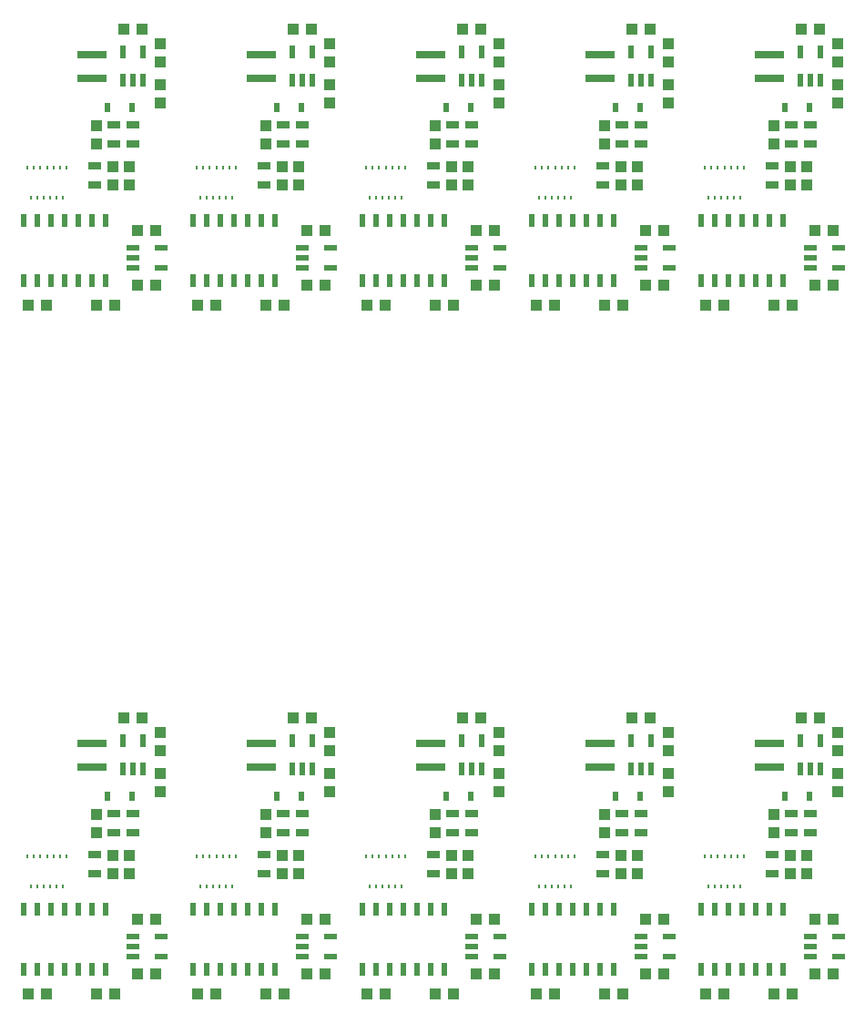
<source format=gtp>
G75*
%MOIN*%
%OFA0B0*%
%FSLAX25Y25*%
%IPPOS*%
%LPD*%
%AMOC8*
5,1,8,0,0,1.08239X$1,22.5*
%
%ADD10R,0.02165X0.04724*%
%ADD11R,0.04331X0.03937*%
%ADD12R,0.04724X0.03150*%
%ADD13R,0.03937X0.04331*%
%ADD14R,0.02480X0.03268*%
%ADD15R,0.10630X0.03150*%
%ADD16R,0.04724X0.02165*%
%ADD17R,0.02362X0.04724*%
%ADD18R,0.00906X0.01732*%
%ADD19R,0.00906X0.01339*%
D10*
X0069760Y0149881D03*
X0073500Y0149881D03*
X0077240Y0149881D03*
X0077240Y0160119D03*
X0069760Y0160119D03*
X0131760Y0160119D03*
X0131760Y0149881D03*
X0135500Y0149881D03*
X0139240Y0149881D03*
X0139240Y0160119D03*
X0193760Y0160119D03*
X0193760Y0149881D03*
X0197500Y0149881D03*
X0201240Y0149881D03*
X0201240Y0160119D03*
X0255760Y0160119D03*
X0263240Y0160119D03*
X0263240Y0149881D03*
X0259500Y0149881D03*
X0255760Y0149881D03*
X0317760Y0149881D03*
X0321500Y0149881D03*
X0325240Y0149881D03*
X0325240Y0160119D03*
X0317760Y0160119D03*
X0317760Y0401881D03*
X0321500Y0401881D03*
X0325240Y0401881D03*
X0325240Y0412119D03*
X0317760Y0412119D03*
X0263240Y0412119D03*
X0255760Y0412119D03*
X0255760Y0401881D03*
X0259500Y0401881D03*
X0263240Y0401881D03*
X0201240Y0401881D03*
X0197500Y0401881D03*
X0193760Y0401881D03*
X0193760Y0412119D03*
X0201240Y0412119D03*
X0139240Y0412119D03*
X0139240Y0401881D03*
X0135500Y0401881D03*
X0131760Y0401881D03*
X0131760Y0412119D03*
X0077240Y0412119D03*
X0077240Y0401881D03*
X0073500Y0401881D03*
X0069760Y0401881D03*
X0069760Y0412119D03*
D11*
X0035154Y0067500D03*
X0041846Y0067500D03*
X0060154Y0067500D03*
X0066846Y0067500D03*
X0075154Y0075000D03*
X0081846Y0075000D03*
X0097154Y0067500D03*
X0103846Y0067500D03*
X0122154Y0067500D03*
X0128846Y0067500D03*
X0137154Y0075000D03*
X0143846Y0075000D03*
X0143846Y0095000D03*
X0137154Y0095000D03*
X0159154Y0067500D03*
X0165846Y0067500D03*
X0184154Y0067500D03*
X0190846Y0067500D03*
X0199154Y0075000D03*
X0205846Y0075000D03*
X0205846Y0095000D03*
X0199154Y0095000D03*
X0221154Y0067500D03*
X0227846Y0067500D03*
X0246154Y0067500D03*
X0252846Y0067500D03*
X0261154Y0075000D03*
X0267846Y0075000D03*
X0283154Y0067500D03*
X0289846Y0067500D03*
X0308154Y0067500D03*
X0314846Y0067500D03*
X0323154Y0075000D03*
X0329846Y0075000D03*
X0329846Y0095000D03*
X0323154Y0095000D03*
X0324846Y0168500D03*
X0318154Y0168500D03*
X0267846Y0095000D03*
X0261154Y0095000D03*
X0262846Y0168500D03*
X0256154Y0168500D03*
X0200846Y0168500D03*
X0194154Y0168500D03*
X0138846Y0168500D03*
X0132154Y0168500D03*
X0081846Y0095000D03*
X0075154Y0095000D03*
X0076846Y0168500D03*
X0070154Y0168500D03*
X0066846Y0319500D03*
X0060154Y0319500D03*
X0075154Y0327000D03*
X0081846Y0327000D03*
X0097154Y0319500D03*
X0103846Y0319500D03*
X0122154Y0319500D03*
X0128846Y0319500D03*
X0137154Y0327000D03*
X0143846Y0327000D03*
X0143846Y0347000D03*
X0137154Y0347000D03*
X0159154Y0319500D03*
X0165846Y0319500D03*
X0184154Y0319500D03*
X0190846Y0319500D03*
X0199154Y0327000D03*
X0205846Y0327000D03*
X0205846Y0347000D03*
X0199154Y0347000D03*
X0221154Y0319500D03*
X0227846Y0319500D03*
X0246154Y0319500D03*
X0252846Y0319500D03*
X0261154Y0327000D03*
X0267846Y0327000D03*
X0283154Y0319500D03*
X0289846Y0319500D03*
X0308154Y0319500D03*
X0314846Y0319500D03*
X0323154Y0327000D03*
X0329846Y0327000D03*
X0329846Y0347000D03*
X0323154Y0347000D03*
X0324846Y0420500D03*
X0318154Y0420500D03*
X0267846Y0347000D03*
X0261154Y0347000D03*
X0262846Y0420500D03*
X0256154Y0420500D03*
X0200846Y0420500D03*
X0194154Y0420500D03*
X0138846Y0420500D03*
X0132154Y0420500D03*
X0081846Y0347000D03*
X0075154Y0347000D03*
X0041846Y0319500D03*
X0035154Y0319500D03*
X0070154Y0420500D03*
X0076846Y0420500D03*
D12*
X0073500Y0385543D03*
X0073500Y0378457D03*
X0066500Y0378457D03*
X0066500Y0385543D03*
X0059500Y0370543D03*
X0059500Y0363457D03*
X0121500Y0363457D03*
X0121500Y0370543D03*
X0128500Y0378457D03*
X0128500Y0385543D03*
X0135500Y0385543D03*
X0135500Y0378457D03*
X0183500Y0370543D03*
X0183500Y0363457D03*
X0190500Y0378457D03*
X0197500Y0378457D03*
X0197500Y0385543D03*
X0190500Y0385543D03*
X0245500Y0370543D03*
X0245500Y0363457D03*
X0252500Y0378457D03*
X0252500Y0385543D03*
X0259500Y0385543D03*
X0259500Y0378457D03*
X0307500Y0370543D03*
X0307500Y0363457D03*
X0314500Y0378457D03*
X0314500Y0385543D03*
X0321500Y0385543D03*
X0321500Y0378457D03*
X0321500Y0133543D03*
X0321500Y0126457D03*
X0314500Y0126457D03*
X0314500Y0133543D03*
X0307500Y0118543D03*
X0307500Y0111457D03*
X0259500Y0126457D03*
X0259500Y0133543D03*
X0252500Y0133543D03*
X0252500Y0126457D03*
X0245500Y0118543D03*
X0245500Y0111457D03*
X0197500Y0126457D03*
X0190500Y0126457D03*
X0190500Y0133543D03*
X0197500Y0133543D03*
X0183500Y0118543D03*
X0183500Y0111457D03*
X0135500Y0126457D03*
X0135500Y0133543D03*
X0128500Y0133543D03*
X0128500Y0126457D03*
X0121500Y0118543D03*
X0121500Y0111457D03*
X0073500Y0126457D03*
X0073500Y0133543D03*
X0066500Y0133543D03*
X0066500Y0126457D03*
X0059500Y0118543D03*
X0059500Y0111457D03*
D13*
X0066000Y0111654D03*
X0072000Y0111654D03*
X0072000Y0118346D03*
X0066000Y0118346D03*
X0060000Y0126654D03*
X0060000Y0133346D03*
X0083500Y0141654D03*
X0083500Y0148346D03*
X0083500Y0156654D03*
X0083500Y0163346D03*
X0122000Y0133346D03*
X0122000Y0126654D03*
X0128000Y0118346D03*
X0128000Y0111654D03*
X0134000Y0111654D03*
X0134000Y0118346D03*
X0145500Y0141654D03*
X0145500Y0148346D03*
X0145500Y0156654D03*
X0145500Y0163346D03*
X0184000Y0133346D03*
X0184000Y0126654D03*
X0190000Y0118346D03*
X0190000Y0111654D03*
X0196000Y0111654D03*
X0196000Y0118346D03*
X0207500Y0141654D03*
X0207500Y0148346D03*
X0207500Y0156654D03*
X0207500Y0163346D03*
X0246000Y0133346D03*
X0246000Y0126654D03*
X0252000Y0118346D03*
X0258000Y0118346D03*
X0258000Y0111654D03*
X0252000Y0111654D03*
X0269500Y0141654D03*
X0269500Y0148346D03*
X0269500Y0156654D03*
X0269500Y0163346D03*
X0308000Y0133346D03*
X0308000Y0126654D03*
X0314000Y0118346D03*
X0314000Y0111654D03*
X0320000Y0111654D03*
X0320000Y0118346D03*
X0331500Y0141654D03*
X0331500Y0148346D03*
X0331500Y0156654D03*
X0331500Y0163346D03*
X0320000Y0363654D03*
X0320000Y0370346D03*
X0314000Y0370346D03*
X0314000Y0363654D03*
X0308000Y0378654D03*
X0308000Y0385346D03*
X0331500Y0393654D03*
X0331500Y0400346D03*
X0331500Y0408654D03*
X0331500Y0415346D03*
X0269500Y0415346D03*
X0269500Y0408654D03*
X0269500Y0400346D03*
X0269500Y0393654D03*
X0258000Y0370346D03*
X0252000Y0370346D03*
X0252000Y0363654D03*
X0258000Y0363654D03*
X0246000Y0378654D03*
X0246000Y0385346D03*
X0207500Y0393654D03*
X0207500Y0400346D03*
X0207500Y0408654D03*
X0207500Y0415346D03*
X0196000Y0370346D03*
X0196000Y0363654D03*
X0190000Y0363654D03*
X0190000Y0370346D03*
X0184000Y0378654D03*
X0184000Y0385346D03*
X0145500Y0393654D03*
X0145500Y0400346D03*
X0145500Y0408654D03*
X0145500Y0415346D03*
X0122000Y0385346D03*
X0122000Y0378654D03*
X0128000Y0370346D03*
X0128000Y0363654D03*
X0134000Y0363654D03*
X0134000Y0370346D03*
X0083500Y0393654D03*
X0083500Y0400346D03*
X0083500Y0408654D03*
X0083500Y0415346D03*
X0072000Y0370346D03*
X0066000Y0370346D03*
X0066000Y0363654D03*
X0072000Y0363654D03*
X0060000Y0378654D03*
X0060000Y0385346D03*
D14*
X0063972Y0392000D03*
X0073028Y0392000D03*
X0125972Y0392000D03*
X0135028Y0392000D03*
X0187972Y0392000D03*
X0197028Y0392000D03*
X0249972Y0392000D03*
X0259028Y0392000D03*
X0311972Y0392000D03*
X0321028Y0392000D03*
X0321028Y0140000D03*
X0311972Y0140000D03*
X0259028Y0140000D03*
X0249972Y0140000D03*
X0197028Y0140000D03*
X0187972Y0140000D03*
X0135028Y0140000D03*
X0125972Y0140000D03*
X0073028Y0140000D03*
X0063972Y0140000D03*
D15*
X0058500Y0150669D03*
X0058500Y0159331D03*
X0120500Y0159331D03*
X0120500Y0150669D03*
X0182500Y0150669D03*
X0182500Y0159331D03*
X0244500Y0159331D03*
X0244500Y0150669D03*
X0306500Y0150669D03*
X0306500Y0159331D03*
X0306500Y0402669D03*
X0306500Y0411331D03*
X0244500Y0411331D03*
X0244500Y0402669D03*
X0182500Y0402669D03*
X0182500Y0411331D03*
X0120500Y0411331D03*
X0120500Y0402669D03*
X0058500Y0402669D03*
X0058500Y0411331D03*
D16*
X0073381Y0340740D03*
X0073381Y0337000D03*
X0073381Y0333260D03*
X0083619Y0333260D03*
X0083619Y0340740D03*
X0135381Y0340740D03*
X0135381Y0337000D03*
X0135381Y0333260D03*
X0145619Y0333260D03*
X0145619Y0340740D03*
X0197381Y0340740D03*
X0197381Y0337000D03*
X0197381Y0333260D03*
X0207619Y0333260D03*
X0207619Y0340740D03*
X0259381Y0340740D03*
X0259381Y0337000D03*
X0259381Y0333260D03*
X0269619Y0333260D03*
X0269619Y0340740D03*
X0321381Y0340740D03*
X0321381Y0337000D03*
X0321381Y0333260D03*
X0331619Y0333260D03*
X0331619Y0340740D03*
X0331619Y0088740D03*
X0331619Y0081260D03*
X0321381Y0081260D03*
X0321381Y0085000D03*
X0321381Y0088740D03*
X0269619Y0088740D03*
X0269619Y0081260D03*
X0259381Y0081260D03*
X0259381Y0085000D03*
X0259381Y0088740D03*
X0207619Y0088740D03*
X0207619Y0081260D03*
X0197381Y0081260D03*
X0197381Y0085000D03*
X0197381Y0088740D03*
X0145619Y0088740D03*
X0145619Y0081260D03*
X0135381Y0081260D03*
X0135381Y0085000D03*
X0135381Y0088740D03*
X0083619Y0088740D03*
X0083619Y0081260D03*
X0073381Y0081260D03*
X0073381Y0085000D03*
X0073381Y0088740D03*
D17*
X0063500Y0098524D03*
X0058500Y0098524D03*
X0053500Y0098524D03*
X0048500Y0098524D03*
X0043500Y0098524D03*
X0038500Y0098524D03*
X0033500Y0098524D03*
X0033500Y0076476D03*
X0038500Y0076476D03*
X0043500Y0076476D03*
X0048500Y0076476D03*
X0053500Y0076476D03*
X0058500Y0076476D03*
X0063500Y0076476D03*
X0095500Y0076476D03*
X0100500Y0076476D03*
X0105500Y0076476D03*
X0110500Y0076476D03*
X0115500Y0076476D03*
X0120500Y0076476D03*
X0125500Y0076476D03*
X0125500Y0098524D03*
X0120500Y0098524D03*
X0115500Y0098524D03*
X0110500Y0098524D03*
X0105500Y0098524D03*
X0100500Y0098524D03*
X0095500Y0098524D03*
X0157500Y0098524D03*
X0162500Y0098524D03*
X0167500Y0098524D03*
X0172500Y0098524D03*
X0177500Y0098524D03*
X0182500Y0098524D03*
X0187500Y0098524D03*
X0187500Y0076476D03*
X0182500Y0076476D03*
X0177500Y0076476D03*
X0172500Y0076476D03*
X0167500Y0076476D03*
X0162500Y0076476D03*
X0157500Y0076476D03*
X0219500Y0076476D03*
X0224500Y0076476D03*
X0229500Y0076476D03*
X0234500Y0076476D03*
X0239500Y0076476D03*
X0244500Y0076476D03*
X0249500Y0076476D03*
X0249500Y0098524D03*
X0244500Y0098524D03*
X0239500Y0098524D03*
X0234500Y0098524D03*
X0229500Y0098524D03*
X0224500Y0098524D03*
X0219500Y0098524D03*
X0281500Y0098524D03*
X0286500Y0098524D03*
X0291500Y0098524D03*
X0296500Y0098524D03*
X0301500Y0098524D03*
X0306500Y0098524D03*
X0311500Y0098524D03*
X0311500Y0076476D03*
X0306500Y0076476D03*
X0301500Y0076476D03*
X0296500Y0076476D03*
X0291500Y0076476D03*
X0286500Y0076476D03*
X0281500Y0076476D03*
X0281500Y0328476D03*
X0286500Y0328476D03*
X0291500Y0328476D03*
X0296500Y0328476D03*
X0301500Y0328476D03*
X0306500Y0328476D03*
X0311500Y0328476D03*
X0311500Y0350524D03*
X0306500Y0350524D03*
X0301500Y0350524D03*
X0296500Y0350524D03*
X0291500Y0350524D03*
X0286500Y0350524D03*
X0281500Y0350524D03*
X0249500Y0350524D03*
X0244500Y0350524D03*
X0239500Y0350524D03*
X0234500Y0350524D03*
X0229500Y0350524D03*
X0224500Y0350524D03*
X0219500Y0350524D03*
X0219500Y0328476D03*
X0224500Y0328476D03*
X0229500Y0328476D03*
X0234500Y0328476D03*
X0239500Y0328476D03*
X0244500Y0328476D03*
X0249500Y0328476D03*
X0187500Y0328476D03*
X0182500Y0328476D03*
X0177500Y0328476D03*
X0172500Y0328476D03*
X0167500Y0328476D03*
X0162500Y0328476D03*
X0157500Y0328476D03*
X0157500Y0350524D03*
X0162500Y0350524D03*
X0167500Y0350524D03*
X0172500Y0350524D03*
X0177500Y0350524D03*
X0182500Y0350524D03*
X0187500Y0350524D03*
X0125500Y0350524D03*
X0120500Y0350524D03*
X0115500Y0350524D03*
X0110500Y0350524D03*
X0105500Y0350524D03*
X0100500Y0350524D03*
X0095500Y0350524D03*
X0095500Y0328476D03*
X0100500Y0328476D03*
X0105500Y0328476D03*
X0110500Y0328476D03*
X0115500Y0328476D03*
X0120500Y0328476D03*
X0125500Y0328476D03*
X0063500Y0328476D03*
X0058500Y0328476D03*
X0053500Y0328476D03*
X0048500Y0328476D03*
X0043500Y0328476D03*
X0038500Y0328476D03*
X0033500Y0328476D03*
X0033500Y0350524D03*
X0038500Y0350524D03*
X0043500Y0350524D03*
X0048500Y0350524D03*
X0053500Y0350524D03*
X0058500Y0350524D03*
X0063500Y0350524D03*
D18*
X0049051Y0369776D03*
X0046689Y0369776D03*
X0044327Y0369776D03*
X0041965Y0369776D03*
X0039602Y0369776D03*
X0037240Y0369776D03*
X0034878Y0369776D03*
X0096878Y0369776D03*
X0099240Y0369776D03*
X0101602Y0369776D03*
X0103965Y0369776D03*
X0106327Y0369776D03*
X0108689Y0369776D03*
X0111051Y0369776D03*
X0158878Y0369776D03*
X0161240Y0369776D03*
X0163602Y0369776D03*
X0165965Y0369776D03*
X0168327Y0369776D03*
X0170689Y0369776D03*
X0173051Y0369776D03*
X0220878Y0369776D03*
X0223240Y0369776D03*
X0225602Y0369776D03*
X0227965Y0369776D03*
X0230327Y0369776D03*
X0232689Y0369776D03*
X0235051Y0369776D03*
X0282878Y0369776D03*
X0285240Y0369776D03*
X0287602Y0369776D03*
X0289965Y0369776D03*
X0292327Y0369776D03*
X0294689Y0369776D03*
X0297051Y0369776D03*
X0297051Y0117776D03*
X0294689Y0117776D03*
X0292327Y0117776D03*
X0289965Y0117776D03*
X0287602Y0117776D03*
X0285240Y0117776D03*
X0282878Y0117776D03*
X0235051Y0117776D03*
X0232689Y0117776D03*
X0230327Y0117776D03*
X0227965Y0117776D03*
X0225602Y0117776D03*
X0223240Y0117776D03*
X0220878Y0117776D03*
X0173051Y0117776D03*
X0170689Y0117776D03*
X0168327Y0117776D03*
X0165965Y0117776D03*
X0163602Y0117776D03*
X0161240Y0117776D03*
X0158878Y0117776D03*
X0111051Y0117776D03*
X0108689Y0117776D03*
X0106327Y0117776D03*
X0103965Y0117776D03*
X0101602Y0117776D03*
X0099240Y0117776D03*
X0096878Y0117776D03*
X0049051Y0117776D03*
X0046689Y0117776D03*
X0044327Y0117776D03*
X0041965Y0117776D03*
X0039602Y0117776D03*
X0037240Y0117776D03*
X0034878Y0117776D03*
D19*
X0036059Y0106909D03*
X0038421Y0106909D03*
X0040783Y0106909D03*
X0043146Y0106909D03*
X0045508Y0106909D03*
X0047870Y0106909D03*
X0098059Y0106909D03*
X0100421Y0106909D03*
X0102783Y0106909D03*
X0105146Y0106909D03*
X0107508Y0106909D03*
X0109870Y0106909D03*
X0160059Y0106909D03*
X0162421Y0106909D03*
X0164783Y0106909D03*
X0167146Y0106909D03*
X0169508Y0106909D03*
X0171870Y0106909D03*
X0222059Y0106909D03*
X0224421Y0106909D03*
X0226783Y0106909D03*
X0229146Y0106909D03*
X0231508Y0106909D03*
X0233870Y0106909D03*
X0284059Y0106909D03*
X0286421Y0106909D03*
X0288783Y0106909D03*
X0291146Y0106909D03*
X0293508Y0106909D03*
X0295870Y0106909D03*
X0295870Y0358909D03*
X0293508Y0358909D03*
X0291146Y0358909D03*
X0288783Y0358909D03*
X0286421Y0358909D03*
X0284059Y0358909D03*
X0233870Y0358909D03*
X0231508Y0358909D03*
X0229146Y0358909D03*
X0226783Y0358909D03*
X0224421Y0358909D03*
X0222059Y0358909D03*
X0171870Y0358909D03*
X0169508Y0358909D03*
X0167146Y0358909D03*
X0164783Y0358909D03*
X0162421Y0358909D03*
X0160059Y0358909D03*
X0109870Y0358909D03*
X0107508Y0358909D03*
X0105146Y0358909D03*
X0102783Y0358909D03*
X0100421Y0358909D03*
X0098059Y0358909D03*
X0047870Y0358909D03*
X0045508Y0358909D03*
X0043146Y0358909D03*
X0040783Y0358909D03*
X0038421Y0358909D03*
X0036059Y0358909D03*
M02*

</source>
